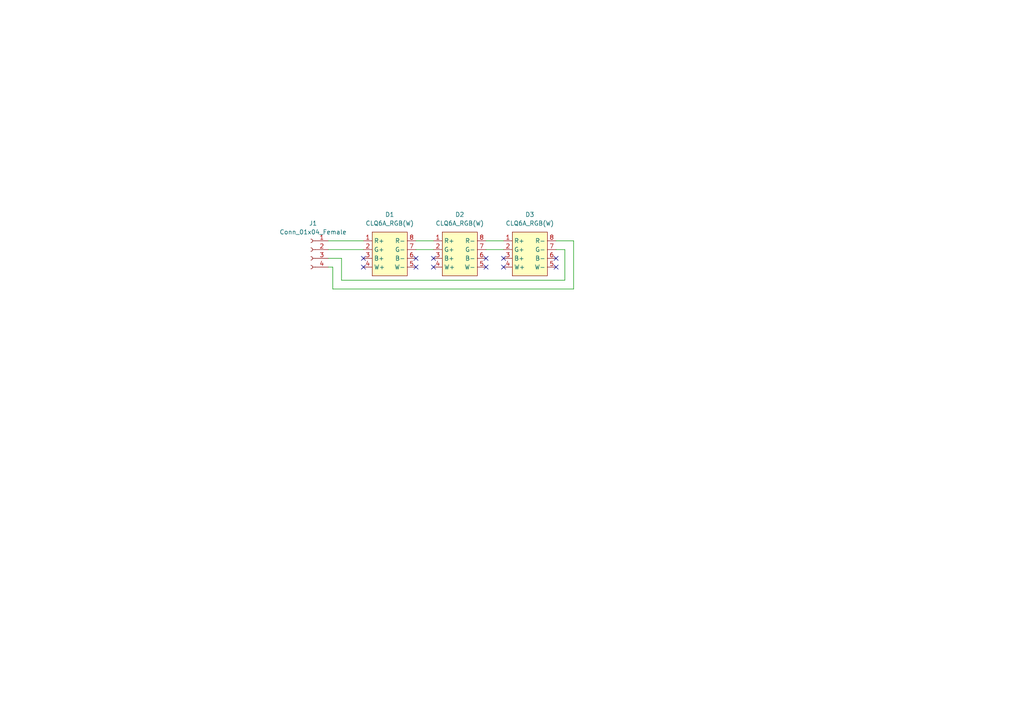
<source format=kicad_sch>
(kicad_sch (version 20250114) (generator "eeschema") (generator_version "9.0")
  (paper "A4")
  (lib_symbols
    (symbol "Connector:Conn_01x04_Female" (pin_names (offset 1.016) (hide yes))
      (property "Reference" "J" (at 0 5.08 0))
      (property "Value" "Conn_01x04_Female" (at 0 -7.62 0))
      (symbol "Conn_01x04_Female_1_1"
        (polyline (pts (xy -1.27 2.54) (xy -0.508 2.54)) (stroke (width 0.1524)))
        (polyline (pts (xy -1.27 0) (xy -0.508 0)) (stroke (width 0.1524)))
        (polyline (pts (xy -1.27 -2.54) (xy -0.508 -2.54)) (stroke (width 0.1524)))
        (polyline (pts (xy -1.27 -5.08) (xy -0.508 -5.08)) (stroke (width 0.1524)))
        (arc (start 0 2.032) (mid -0.5058 2.54) (end 0 3.048) (stroke (width 0.1524)))
        (arc (start 0 -0.508) (mid -0.5058 0) (end 0 0.508) (stroke (width 0.1524)))
        (arc (start 0 -3.048) (mid -0.5058 -2.54) (end 0 -2.032) (stroke (width 0.1524)))
        (arc (start 0 -5.588) (mid -0.5058 -5.08) (end 0 -4.572) (stroke (width 0.1524)))
        (pin passive line (at -5.08 2.54 0) (length 3.81) (name "Pin_1") (number "1"))
        (pin passive line (at -5.08 0 0) (length 3.81) (name "Pin_2") (number "2"))
        (pin passive line (at -5.08 -2.54 0) (length 3.81) (name "Pin_3") (number "3"))
        (pin passive line (at -5.08 -5.08 0) (length 3.81) (name "Pin_4") (number "4"))
      )
    )
    (symbol "FaSTTUBe_LEDs:CLQ6A_RGB(W)"
      (property "Reference" "D?" (at 0 10.16 0))
      (property "Value" "CLQ6A_RGB(W)" (at 0 7.62 0))
      (symbol "CLQ6A_RGB(W)_0_1"
        (rectangle (start -5.08 6.35) (end 5.08 -6.35) (fill (type background)))
      )
      (symbol "CLQ6A_RGB(W)_1_1"
        (pin power_in line (at -7.62 3.81 0) (length 2.54) (name "R+") (number "1"))
        (pin power_in line (at -7.62 1.27 0) (length 2.54) (name "G+") (number "2"))
        (pin power_in line (at -7.62 -1.27 0) (length 2.54) (name "B+") (number "3"))
        (pin power_in line (at -7.62 -3.81 0) (length 2.54) (name "W+") (number "4"))
        (pin power_in line (at 7.62 3.81 180) (length 2.54) (name "R-") (number "8"))
        (pin power_in line (at 7.62 1.27 180) (length 2.54) (name "G-") (number "7"))
        (pin power_in line (at 7.62 -1.27 180) (length 2.54) (name "B-") (number "6"))
        (pin power_in line (at 7.62 -3.81 180) (length 2.54) (name "W-") (number "5"))
      )
    )
  )
  (no_connect (at 105.41 74.93))
  (no_connect (at 140.97 77.47))
  (no_connect (at 146.05 74.93))
  (no_connect (at 120.65 74.93))
  (no_connect (at 105.41 77.47))
  (no_connect (at 120.65 77.47))
  (no_connect (at 125.73 74.93))
  (no_connect (at 140.97 74.93))
  (no_connect (at 161.29 77.47))
  (no_connect (at 161.29 74.93))
  (no_connect (at 125.73 77.47))
  (no_connect (at 146.05 77.47))
  (wire (pts (xy 140.97 72.39) (xy 146.05 72.39)))
  (wire (pts (xy 161.29 72.39) (xy 163.83 72.39)))
  (wire (pts (xy 96.52 77.47) (xy 95.25 77.47)))
  (wire (pts (xy 161.29 69.85) (xy 166.37 69.85)))
  (wire (pts (xy 95.25 69.85) (xy 105.41 69.85)))
  (wire (pts (xy 140.97 69.85) (xy 146.05 69.85)))
  (wire (pts (xy 163.83 72.39) (xy 163.83 81.28)))
  (wire (pts (xy 166.37 69.85) (xy 166.37 83.82)))
  (wire (pts (xy 99.06 81.28) (xy 163.83 81.28)))
  (wire (pts (xy 120.65 72.39) (xy 125.73 72.39)))
  (wire (pts (xy 96.52 77.47) (xy 96.52 83.82)))
  (wire (pts (xy 99.06 74.93) (xy 99.06 81.28)))
  (wire (pts (xy 96.52 83.82) (xy 166.37 83.82)))
  (wire (pts (xy 120.65 69.85) (xy 125.73 69.85)))
  (wire (pts (xy 95.25 72.39) (xy 105.41 72.39)))
  (wire (pts (xy 95.25 74.93) (xy 99.06 74.93)))
  (symbol (lib_id "Connector:Conn_01x04_Female") (at 90.17 72.39 0) (mirror y) (unit 1)
    (property "Reference" "J1" (at 90.805 64.77 0))
    (property "Value" "Conn_01x04_Female" (at 90.805 67.31 0))
    (property "Footprint" "Connector_PinHeader_1.27mm:PinHeader_1x04_P1.27mm_Vertical" (effects (hide yes)))
  )
  (symbol (lib_id "FaSTTUBe_LEDs:CLQ6A_RGB(W)") (at 153.67 73.66 0) (unit 1)
    (property "Reference" "D3" (at 153.67 62.23 0))
    (property "Value" "CLQ6A_RGB(W)" (at 153.67 64.77 0))
    (property "Footprint" "FaSTTUBe_LEDs:PLCC8" (effects (hide yes)))
  )
  (symbol (lib_id "FaSTTUBe_LEDs:CLQ6A_RGB(W)") (at 133.35 73.66 0) (unit 1)
    (property "Reference" "D2" (at 133.35 62.23 0))
    (property "Value" "CLQ6A_RGB(W)" (at 133.35 64.77 0))
    (property "Footprint" "FaSTTUBe_LEDs:PLCC8" (effects (hide yes)))
  )
  (symbol (lib_id "FaSTTUBe_LEDs:CLQ6A_RGB(W)") (at 113.03 73.66 0) (unit 1)
    (property "Reference" "D1" (at 113.03 62.23 0))
    (property "Value" "CLQ6A_RGB(W)" (at 113.03 64.77 0))
    (property "Footprint" "FaSTTUBe_LEDs:PLCC8" (effects (hide yes)))
  )
)
</source>
